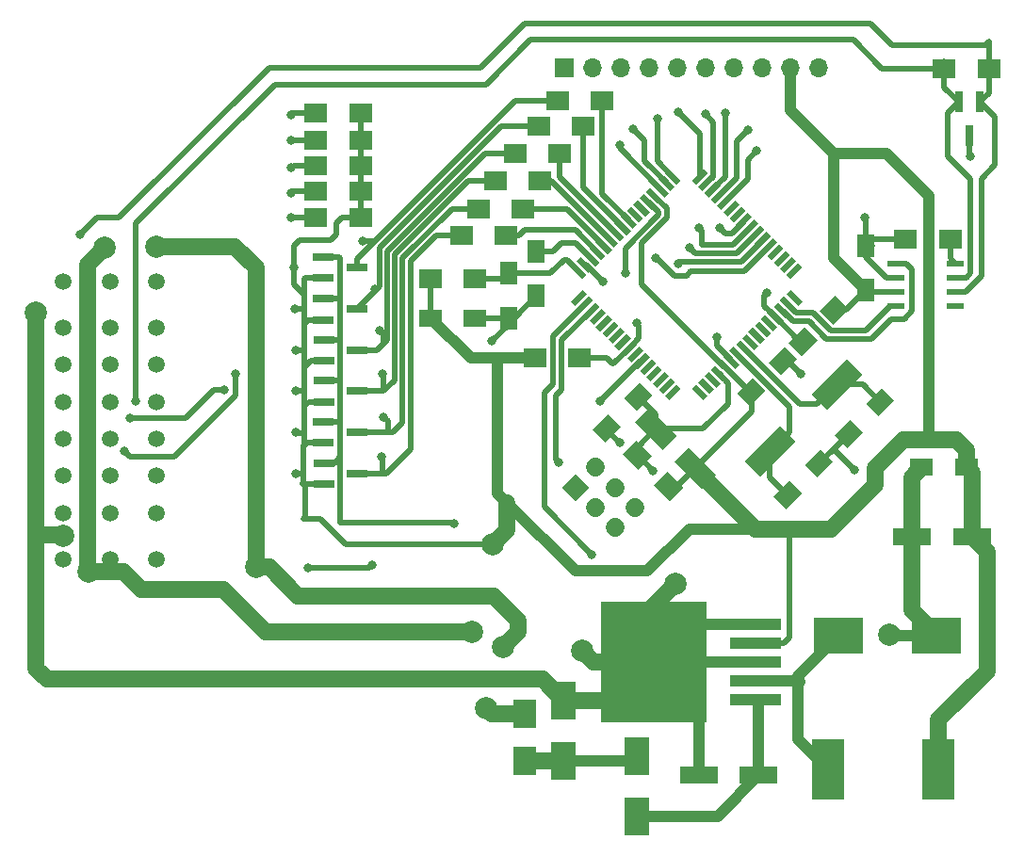
<source format=gbr>
G04 #@! TF.FileFunction,Copper,L1,Top,Signal*
%FSLAX46Y46*%
G04 Gerber Fmt 4.6, Leading zero omitted, Abs format (unit mm)*
G04 Created by KiCad (PCBNEW 4.0.7) date 06/18/18 23:10:01*
%MOMM*%
%LPD*%
G01*
G04 APERTURE LIST*
%ADD10C,0.100000*%
%ADD11C,1.700000*%
%ADD12R,1.600000X2.000000*%
%ADD13R,2.000000X1.600000*%
%ADD14R,3.500000X1.600000*%
%ADD15R,1.900000X0.800000*%
%ADD16R,2.300000X3.500000*%
%ADD17R,4.500000X3.300000*%
%ADD18R,0.800000X1.900000*%
%ADD19R,2.030000X2.650000*%
%ADD20R,1.700000X1.700000*%
%ADD21O,1.700000X1.700000*%
%ADD22C,1.500000*%
%ADD23R,2.000000X1.700000*%
%ADD24R,2.900000X5.400000*%
%ADD25R,4.600000X1.100000*%
%ADD26R,9.400000X10.800000*%
%ADD27R,4.550000X5.250000*%
%ADD28R,1.550000X0.600000*%
%ADD29C,2.000000*%
%ADD30C,0.800000*%
%ADD31C,0.500000*%
%ADD32C,1.500000*%
%ADD33C,1.000000*%
G04 APERTURE END LIST*
D10*
G36*
X66500000Y-60952082D02*
X65297918Y-59750000D01*
X66500000Y-58547918D01*
X67702082Y-59750000D01*
X66500000Y-60952082D01*
X66500000Y-60952082D01*
G37*
D11*
X68296051Y-57953949D02*
X68296051Y-57953949D01*
X68296051Y-61546051D02*
X68296051Y-61546051D01*
X70092102Y-59750000D02*
X70092102Y-59750000D01*
X70092102Y-63342102D02*
X70092102Y-63342102D01*
X71888154Y-61546051D02*
X71888154Y-61546051D01*
D10*
G36*
X94055635Y-50812994D02*
X95187006Y-51944365D01*
X93772793Y-53358578D01*
X92641422Y-52227207D01*
X94055635Y-50812994D01*
X94055635Y-50812994D01*
G37*
G36*
X91227207Y-53641422D02*
X92358578Y-54772793D01*
X90944365Y-56187006D01*
X89812994Y-55055635D01*
X91227207Y-53641422D01*
X91227207Y-53641422D01*
G37*
G36*
X88555635Y-56312994D02*
X89687006Y-57444365D01*
X88272793Y-58858578D01*
X87141422Y-57727207D01*
X88555635Y-56312994D01*
X88555635Y-56312994D01*
G37*
G36*
X85727207Y-59141422D02*
X86858578Y-60272793D01*
X85444365Y-61687006D01*
X84312994Y-60555635D01*
X85727207Y-59141422D01*
X85727207Y-59141422D01*
G37*
D12*
X63000000Y-38500000D03*
X63000000Y-42500000D03*
D10*
G36*
X82194365Y-52437006D02*
X81062994Y-51305635D01*
X82477207Y-49891422D01*
X83608578Y-51022793D01*
X82194365Y-52437006D01*
X82194365Y-52437006D01*
G37*
G36*
X85022793Y-49608578D02*
X83891422Y-48477207D01*
X85305635Y-47062994D01*
X86437006Y-48194365D01*
X85022793Y-49608578D01*
X85022793Y-49608578D01*
G37*
D13*
X53500000Y-44500000D03*
X57500000Y-44500000D03*
D12*
X60500000Y-44500000D03*
X60500000Y-40500000D03*
D14*
X83000000Y-85600000D03*
X77600000Y-85600000D03*
D12*
X92600000Y-38000000D03*
X92600000Y-42000000D03*
D10*
G36*
X72305635Y-50312994D02*
X73437006Y-51444365D01*
X72022793Y-52858578D01*
X70891422Y-51727207D01*
X72305635Y-50312994D01*
X72305635Y-50312994D01*
G37*
G36*
X69477207Y-53141422D02*
X70608578Y-54272793D01*
X69194365Y-55687006D01*
X68062994Y-54555635D01*
X69477207Y-53141422D01*
X69477207Y-53141422D01*
G37*
D14*
X102150000Y-64150000D03*
X96750000Y-64150000D03*
D13*
X101650000Y-57950000D03*
X97650000Y-57950000D03*
D15*
X43900000Y-57550000D03*
X43900000Y-59450000D03*
X46900000Y-58500000D03*
X43900000Y-46450000D03*
X43900000Y-48350000D03*
X46900000Y-47400000D03*
X43875000Y-53825000D03*
X43875000Y-55725000D03*
X46875000Y-54775000D03*
X43875000Y-42775000D03*
X43875000Y-44675000D03*
X46875000Y-43725000D03*
X43900000Y-50150000D03*
X43900000Y-52050000D03*
X46900000Y-51100000D03*
X43875000Y-39025000D03*
X43875000Y-40925000D03*
X46875000Y-39975000D03*
D16*
X65450000Y-84300000D03*
X65450000Y-78900000D03*
X72050000Y-89300000D03*
X72050000Y-83900000D03*
D17*
X90200000Y-73050000D03*
X99000000Y-73050000D03*
D10*
G36*
X79141600Y-58618808D02*
X77868808Y-59891600D01*
X75393934Y-57416726D01*
X76666726Y-56143934D01*
X79141600Y-58618808D01*
X79141600Y-58618808D01*
G37*
G36*
X75606066Y-55083274D02*
X74333274Y-56356066D01*
X71858400Y-53881192D01*
X73131192Y-52608400D01*
X75606066Y-55083274D01*
X75606066Y-55083274D01*
G37*
D18*
X102875000Y-25075000D03*
X100975000Y-25075000D03*
X101925000Y-28075000D03*
D19*
X62000000Y-84290000D03*
X62000000Y-80110000D03*
D20*
X65500000Y-22000000D03*
D21*
X68040000Y-22000000D03*
X70580000Y-22000000D03*
X73120000Y-22000000D03*
X75660000Y-22000000D03*
X78200000Y-22000000D03*
X80740000Y-22000000D03*
X83280000Y-22000000D03*
X85820000Y-22000000D03*
X88360000Y-22000000D03*
D22*
X20500000Y-66180000D03*
X20500000Y-62030000D03*
X20500000Y-58700000D03*
X20500000Y-55370000D03*
X20500000Y-52040000D03*
X20500000Y-48710000D03*
X20500000Y-45380000D03*
X24700000Y-62030000D03*
X24700000Y-58700000D03*
X24700000Y-55370000D03*
X24700000Y-52040000D03*
X24700000Y-48710000D03*
X24700000Y-45380000D03*
X28900000Y-62030000D03*
X28900000Y-58700000D03*
X28900000Y-55370000D03*
X28900000Y-52040000D03*
X28900000Y-48710000D03*
X28900000Y-45380000D03*
X20500000Y-41230000D03*
X24700000Y-66180000D03*
X24700000Y-41230000D03*
X28900000Y-66180000D03*
X28900000Y-41230000D03*
D23*
X53500000Y-41000000D03*
X57500000Y-41000000D03*
D24*
X89250000Y-85100000D03*
X99150000Y-85100000D03*
D23*
X56300000Y-37100000D03*
X60300000Y-37100000D03*
X61100000Y-29700000D03*
X65100000Y-29700000D03*
X57800000Y-34700000D03*
X61800000Y-34700000D03*
X63200000Y-27300000D03*
X67200000Y-27300000D03*
X59300000Y-32200000D03*
X63300000Y-32200000D03*
X64900000Y-25000000D03*
X68900000Y-25000000D03*
D10*
G36*
X89920280Y-42477638D02*
X91122362Y-43679720D01*
X89708148Y-45093934D01*
X88506066Y-43891852D01*
X89920280Y-42477638D01*
X89920280Y-42477638D01*
G37*
G36*
X87091852Y-45306066D02*
X88293934Y-46508148D01*
X86879720Y-47922362D01*
X85677638Y-46720280D01*
X87091852Y-45306066D01*
X87091852Y-45306066D01*
G37*
D23*
X62900000Y-48100000D03*
X66900000Y-48100000D03*
X47200000Y-35500000D03*
X43200000Y-35500000D03*
X47200000Y-33100000D03*
X43200000Y-33100000D03*
X47200000Y-30800000D03*
X43200000Y-30800000D03*
X47200000Y-28500000D03*
X43200000Y-28500000D03*
X47200000Y-26100000D03*
X43200000Y-26100000D03*
X100200000Y-37400000D03*
X96200000Y-37400000D03*
D10*
G36*
X76222362Y-59770280D02*
X75020280Y-60972362D01*
X73606066Y-59558148D01*
X74808148Y-58356066D01*
X76222362Y-59770280D01*
X76222362Y-59770280D01*
G37*
G36*
X73393934Y-56941852D02*
X72191852Y-58143934D01*
X70777638Y-56729720D01*
X71979720Y-55527638D01*
X73393934Y-56941852D01*
X73393934Y-56941852D01*
G37*
D23*
X99675000Y-22075000D03*
X103675000Y-22075000D03*
D10*
G36*
X66476761Y-43426866D02*
X66087853Y-43037958D01*
X67148513Y-41977298D01*
X67537421Y-42366206D01*
X66476761Y-43426866D01*
X66476761Y-43426866D01*
G37*
G36*
X67042447Y-43992551D02*
X66653539Y-43603643D01*
X67714199Y-42542983D01*
X68103107Y-42931891D01*
X67042447Y-43992551D01*
X67042447Y-43992551D01*
G37*
G36*
X67608132Y-44558236D02*
X67219224Y-44169328D01*
X68279884Y-43108668D01*
X68668792Y-43497576D01*
X67608132Y-44558236D01*
X67608132Y-44558236D01*
G37*
G36*
X68173817Y-45123922D02*
X67784909Y-44735014D01*
X68845569Y-43674354D01*
X69234477Y-44063262D01*
X68173817Y-45123922D01*
X68173817Y-45123922D01*
G37*
G36*
X68739503Y-45689607D02*
X68350595Y-45300699D01*
X69411255Y-44240039D01*
X69800163Y-44628947D01*
X68739503Y-45689607D01*
X68739503Y-45689607D01*
G37*
G36*
X69305188Y-46255293D02*
X68916280Y-45866385D01*
X69976940Y-44805725D01*
X70365848Y-45194633D01*
X69305188Y-46255293D01*
X69305188Y-46255293D01*
G37*
G36*
X69870874Y-46820978D02*
X69481966Y-46432070D01*
X70542626Y-45371410D01*
X70931534Y-45760318D01*
X69870874Y-46820978D01*
X69870874Y-46820978D01*
G37*
G36*
X70436559Y-47386664D02*
X70047651Y-46997756D01*
X71108311Y-45937096D01*
X71497219Y-46326004D01*
X70436559Y-47386664D01*
X70436559Y-47386664D01*
G37*
G36*
X71002244Y-47952349D02*
X70613336Y-47563441D01*
X71673996Y-46502781D01*
X72062904Y-46891689D01*
X71002244Y-47952349D01*
X71002244Y-47952349D01*
G37*
G36*
X71567930Y-48518034D02*
X71179022Y-48129126D01*
X72239682Y-47068466D01*
X72628590Y-47457374D01*
X71567930Y-48518034D01*
X71567930Y-48518034D01*
G37*
G36*
X72133615Y-49083720D02*
X71744707Y-48694812D01*
X72805367Y-47634152D01*
X73194275Y-48023060D01*
X72133615Y-49083720D01*
X72133615Y-49083720D01*
G37*
G36*
X72699301Y-49649405D02*
X72310393Y-49260497D01*
X73371053Y-48199837D01*
X73759961Y-48588745D01*
X72699301Y-49649405D01*
X72699301Y-49649405D01*
G37*
G36*
X73264986Y-50215091D02*
X72876078Y-49826183D01*
X73936738Y-48765523D01*
X74325646Y-49154431D01*
X73264986Y-50215091D01*
X73264986Y-50215091D01*
G37*
G36*
X73830672Y-50780776D02*
X73441764Y-50391868D01*
X74502424Y-49331208D01*
X74891332Y-49720116D01*
X73830672Y-50780776D01*
X73830672Y-50780776D01*
G37*
G36*
X74396357Y-51346461D02*
X74007449Y-50957553D01*
X75068109Y-49896893D01*
X75457017Y-50285801D01*
X74396357Y-51346461D01*
X74396357Y-51346461D01*
G37*
G36*
X74962042Y-51912147D02*
X74573134Y-51523239D01*
X75633794Y-50462579D01*
X76022702Y-50851487D01*
X74962042Y-51912147D01*
X74962042Y-51912147D01*
G37*
G36*
X78426866Y-51523239D02*
X78037958Y-51912147D01*
X76977298Y-50851487D01*
X77366206Y-50462579D01*
X78426866Y-51523239D01*
X78426866Y-51523239D01*
G37*
G36*
X78992551Y-50957553D02*
X78603643Y-51346461D01*
X77542983Y-50285801D01*
X77931891Y-49896893D01*
X78992551Y-50957553D01*
X78992551Y-50957553D01*
G37*
G36*
X79558236Y-50391868D02*
X79169328Y-50780776D01*
X78108668Y-49720116D01*
X78497576Y-49331208D01*
X79558236Y-50391868D01*
X79558236Y-50391868D01*
G37*
G36*
X80123922Y-49826183D02*
X79735014Y-50215091D01*
X78674354Y-49154431D01*
X79063262Y-48765523D01*
X80123922Y-49826183D01*
X80123922Y-49826183D01*
G37*
G36*
X80689607Y-49260497D02*
X80300699Y-49649405D01*
X79240039Y-48588745D01*
X79628947Y-48199837D01*
X80689607Y-49260497D01*
X80689607Y-49260497D01*
G37*
G36*
X81255293Y-48694812D02*
X80866385Y-49083720D01*
X79805725Y-48023060D01*
X80194633Y-47634152D01*
X81255293Y-48694812D01*
X81255293Y-48694812D01*
G37*
G36*
X81820978Y-48129126D02*
X81432070Y-48518034D01*
X80371410Y-47457374D01*
X80760318Y-47068466D01*
X81820978Y-48129126D01*
X81820978Y-48129126D01*
G37*
G36*
X82386664Y-47563441D02*
X81997756Y-47952349D01*
X80937096Y-46891689D01*
X81326004Y-46502781D01*
X82386664Y-47563441D01*
X82386664Y-47563441D01*
G37*
G36*
X82952349Y-46997756D02*
X82563441Y-47386664D01*
X81502781Y-46326004D01*
X81891689Y-45937096D01*
X82952349Y-46997756D01*
X82952349Y-46997756D01*
G37*
G36*
X83518034Y-46432070D02*
X83129126Y-46820978D01*
X82068466Y-45760318D01*
X82457374Y-45371410D01*
X83518034Y-46432070D01*
X83518034Y-46432070D01*
G37*
G36*
X84083720Y-45866385D02*
X83694812Y-46255293D01*
X82634152Y-45194633D01*
X83023060Y-44805725D01*
X84083720Y-45866385D01*
X84083720Y-45866385D01*
G37*
G36*
X84649405Y-45300699D02*
X84260497Y-45689607D01*
X83199837Y-44628947D01*
X83588745Y-44240039D01*
X84649405Y-45300699D01*
X84649405Y-45300699D01*
G37*
G36*
X85215091Y-44735014D02*
X84826183Y-45123922D01*
X83765523Y-44063262D01*
X84154431Y-43674354D01*
X85215091Y-44735014D01*
X85215091Y-44735014D01*
G37*
G36*
X85780776Y-44169328D02*
X85391868Y-44558236D01*
X84331208Y-43497576D01*
X84720116Y-43108668D01*
X85780776Y-44169328D01*
X85780776Y-44169328D01*
G37*
G36*
X86346461Y-43603643D02*
X85957553Y-43992551D01*
X84896893Y-42931891D01*
X85285801Y-42542983D01*
X86346461Y-43603643D01*
X86346461Y-43603643D01*
G37*
G36*
X86912147Y-43037958D02*
X86523239Y-43426866D01*
X85462579Y-42366206D01*
X85851487Y-41977298D01*
X86912147Y-43037958D01*
X86912147Y-43037958D01*
G37*
G36*
X85851487Y-41022702D02*
X85462579Y-40633794D01*
X86523239Y-39573134D01*
X86912147Y-39962042D01*
X85851487Y-41022702D01*
X85851487Y-41022702D01*
G37*
G36*
X85285801Y-40457017D02*
X84896893Y-40068109D01*
X85957553Y-39007449D01*
X86346461Y-39396357D01*
X85285801Y-40457017D01*
X85285801Y-40457017D01*
G37*
G36*
X84720116Y-39891332D02*
X84331208Y-39502424D01*
X85391868Y-38441764D01*
X85780776Y-38830672D01*
X84720116Y-39891332D01*
X84720116Y-39891332D01*
G37*
G36*
X84154431Y-39325646D02*
X83765523Y-38936738D01*
X84826183Y-37876078D01*
X85215091Y-38264986D01*
X84154431Y-39325646D01*
X84154431Y-39325646D01*
G37*
G36*
X83588745Y-38759961D02*
X83199837Y-38371053D01*
X84260497Y-37310393D01*
X84649405Y-37699301D01*
X83588745Y-38759961D01*
X83588745Y-38759961D01*
G37*
G36*
X83023060Y-38194275D02*
X82634152Y-37805367D01*
X83694812Y-36744707D01*
X84083720Y-37133615D01*
X83023060Y-38194275D01*
X83023060Y-38194275D01*
G37*
G36*
X82457374Y-37628590D02*
X82068466Y-37239682D01*
X83129126Y-36179022D01*
X83518034Y-36567930D01*
X82457374Y-37628590D01*
X82457374Y-37628590D01*
G37*
G36*
X81891689Y-37062904D02*
X81502781Y-36673996D01*
X82563441Y-35613336D01*
X82952349Y-36002244D01*
X81891689Y-37062904D01*
X81891689Y-37062904D01*
G37*
G36*
X81326004Y-36497219D02*
X80937096Y-36108311D01*
X81997756Y-35047651D01*
X82386664Y-35436559D01*
X81326004Y-36497219D01*
X81326004Y-36497219D01*
G37*
G36*
X80760318Y-35931534D02*
X80371410Y-35542626D01*
X81432070Y-34481966D01*
X81820978Y-34870874D01*
X80760318Y-35931534D01*
X80760318Y-35931534D01*
G37*
G36*
X80194633Y-35365848D02*
X79805725Y-34976940D01*
X80866385Y-33916280D01*
X81255293Y-34305188D01*
X80194633Y-35365848D01*
X80194633Y-35365848D01*
G37*
G36*
X79628947Y-34800163D02*
X79240039Y-34411255D01*
X80300699Y-33350595D01*
X80689607Y-33739503D01*
X79628947Y-34800163D01*
X79628947Y-34800163D01*
G37*
G36*
X79063262Y-34234477D02*
X78674354Y-33845569D01*
X79735014Y-32784909D01*
X80123922Y-33173817D01*
X79063262Y-34234477D01*
X79063262Y-34234477D01*
G37*
G36*
X78497576Y-33668792D02*
X78108668Y-33279884D01*
X79169328Y-32219224D01*
X79558236Y-32608132D01*
X78497576Y-33668792D01*
X78497576Y-33668792D01*
G37*
G36*
X77931891Y-33103107D02*
X77542983Y-32714199D01*
X78603643Y-31653539D01*
X78992551Y-32042447D01*
X77931891Y-33103107D01*
X77931891Y-33103107D01*
G37*
G36*
X77366206Y-32537421D02*
X76977298Y-32148513D01*
X78037958Y-31087853D01*
X78426866Y-31476761D01*
X77366206Y-32537421D01*
X77366206Y-32537421D01*
G37*
G36*
X76022702Y-32148513D02*
X75633794Y-32537421D01*
X74573134Y-31476761D01*
X74962042Y-31087853D01*
X76022702Y-32148513D01*
X76022702Y-32148513D01*
G37*
G36*
X75457017Y-32714199D02*
X75068109Y-33103107D01*
X74007449Y-32042447D01*
X74396357Y-31653539D01*
X75457017Y-32714199D01*
X75457017Y-32714199D01*
G37*
G36*
X74891332Y-33279884D02*
X74502424Y-33668792D01*
X73441764Y-32608132D01*
X73830672Y-32219224D01*
X74891332Y-33279884D01*
X74891332Y-33279884D01*
G37*
G36*
X74325646Y-33845569D02*
X73936738Y-34234477D01*
X72876078Y-33173817D01*
X73264986Y-32784909D01*
X74325646Y-33845569D01*
X74325646Y-33845569D01*
G37*
G36*
X73759961Y-34411255D02*
X73371053Y-34800163D01*
X72310393Y-33739503D01*
X72699301Y-33350595D01*
X73759961Y-34411255D01*
X73759961Y-34411255D01*
G37*
G36*
X73194275Y-34976940D02*
X72805367Y-35365848D01*
X71744707Y-34305188D01*
X72133615Y-33916280D01*
X73194275Y-34976940D01*
X73194275Y-34976940D01*
G37*
G36*
X72628590Y-35542626D02*
X72239682Y-35931534D01*
X71179022Y-34870874D01*
X71567930Y-34481966D01*
X72628590Y-35542626D01*
X72628590Y-35542626D01*
G37*
G36*
X72062904Y-36108311D02*
X71673996Y-36497219D01*
X70613336Y-35436559D01*
X71002244Y-35047651D01*
X72062904Y-36108311D01*
X72062904Y-36108311D01*
G37*
G36*
X71497219Y-36673996D02*
X71108311Y-37062904D01*
X70047651Y-36002244D01*
X70436559Y-35613336D01*
X71497219Y-36673996D01*
X71497219Y-36673996D01*
G37*
G36*
X70931534Y-37239682D02*
X70542626Y-37628590D01*
X69481966Y-36567930D01*
X69870874Y-36179022D01*
X70931534Y-37239682D01*
X70931534Y-37239682D01*
G37*
G36*
X70365848Y-37805367D02*
X69976940Y-38194275D01*
X68916280Y-37133615D01*
X69305188Y-36744707D01*
X70365848Y-37805367D01*
X70365848Y-37805367D01*
G37*
G36*
X69800163Y-38371053D02*
X69411255Y-38759961D01*
X68350595Y-37699301D01*
X68739503Y-37310393D01*
X69800163Y-38371053D01*
X69800163Y-38371053D01*
G37*
G36*
X69234477Y-38936738D02*
X68845569Y-39325646D01*
X67784909Y-38264986D01*
X68173817Y-37876078D01*
X69234477Y-38936738D01*
X69234477Y-38936738D01*
G37*
G36*
X68668792Y-39502424D02*
X68279884Y-39891332D01*
X67219224Y-38830672D01*
X67608132Y-38441764D01*
X68668792Y-39502424D01*
X68668792Y-39502424D01*
G37*
G36*
X68103107Y-40068109D02*
X67714199Y-40457017D01*
X66653539Y-39396357D01*
X67042447Y-39007449D01*
X68103107Y-40068109D01*
X68103107Y-40068109D01*
G37*
G36*
X67537421Y-40633794D02*
X67148513Y-41022702D01*
X66087853Y-39962042D01*
X66476761Y-39573134D01*
X67537421Y-40633794D01*
X67537421Y-40633794D01*
G37*
D25*
X82725000Y-78850000D03*
X82725000Y-77150000D03*
X82725000Y-75450000D03*
X82725000Y-73750000D03*
X82725000Y-72050000D03*
D26*
X73575000Y-75450000D03*
D27*
X71150000Y-72675000D03*
X76000000Y-78225000D03*
X71150000Y-78225000D03*
X76000000Y-72675000D03*
D28*
X95300000Y-39595000D03*
X95300000Y-40865000D03*
X95300000Y-42135000D03*
X95300000Y-43405000D03*
X100700000Y-43405000D03*
X100700000Y-42135000D03*
X100700000Y-40865000D03*
X100700000Y-39595000D03*
D10*
G36*
X90889087Y-48196699D02*
X92303301Y-49610913D01*
X89121321Y-52792893D01*
X87707107Y-51378679D01*
X90889087Y-48196699D01*
X90889087Y-48196699D01*
G37*
G36*
X84878679Y-54207107D02*
X86292893Y-55621321D01*
X83110913Y-58803301D01*
X81696699Y-57389087D01*
X84878679Y-54207107D01*
X84878679Y-54207107D01*
G37*
D29*
X75500000Y-68400000D03*
X67100000Y-74400000D03*
D30*
X55600000Y-63000000D03*
D29*
X18000000Y-44000000D03*
X20500000Y-64100000D03*
D30*
X59000000Y-46600000D03*
X86750000Y-49500000D03*
X71000000Y-40500000D03*
X69000000Y-41250000D03*
X79250000Y-46250000D03*
X92500000Y-35500000D03*
X102000000Y-30000000D03*
D29*
X94700000Y-73000000D03*
D30*
X91600000Y-58200000D03*
X70500000Y-55750000D03*
X41400000Y-58500000D03*
X41400000Y-54800000D03*
X41400000Y-51100000D03*
X41400000Y-47400000D03*
X41300000Y-43700000D03*
X41200000Y-40000000D03*
D29*
X57200000Y-72700000D03*
X59100000Y-64900000D03*
X22800000Y-67300000D03*
X24200000Y-38200000D03*
D30*
X79000000Y-59750000D03*
X73500000Y-58250000D03*
X22000000Y-37000000D03*
X27000000Y-52000000D03*
D29*
X58500000Y-79600000D03*
X60000000Y-74100000D03*
X28900000Y-38100000D03*
X37800000Y-66900000D03*
D30*
X65000000Y-57500000D03*
X68750000Y-52000000D03*
X68000000Y-65750000D03*
X83750000Y-42250000D03*
X72000000Y-45000000D03*
X41000000Y-35500000D03*
X41000000Y-33250000D03*
X41000000Y-31000000D03*
X41000000Y-28500000D03*
X41000000Y-26250000D03*
X49100000Y-57000000D03*
X35000000Y-51000000D03*
X26500000Y-53500000D03*
X48900000Y-45600000D03*
X49300000Y-53400000D03*
X36000000Y-49500000D03*
X26000000Y-56500000D03*
X48500000Y-41900000D03*
X49200000Y-49500000D03*
X42500000Y-67000000D03*
X48250000Y-66750000D03*
X73700000Y-39100000D03*
X75800000Y-39600000D03*
X76800000Y-38200000D03*
X77600000Y-36400000D03*
X79500000Y-36400000D03*
X70500000Y-29000000D03*
X71700000Y-27500000D03*
X73900000Y-26600000D03*
X75750000Y-26000000D03*
X78200000Y-26200000D03*
X80000000Y-26100000D03*
X82000000Y-27600000D03*
X82800000Y-29500000D03*
X47400000Y-37600000D03*
D31*
X90005204Y-50494796D02*
X92323224Y-50494796D01*
X92323224Y-50494796D02*
X93914214Y-52085786D01*
X90005204Y-50494796D02*
X88250000Y-52250000D01*
X86684315Y-52250000D02*
X81661880Y-47227565D01*
X88250000Y-52250000D02*
X86684315Y-52250000D01*
D32*
X18000000Y-63600000D02*
X18000000Y-76000000D01*
X63550000Y-77000000D02*
X65450000Y-78900000D01*
X19000000Y-77000000D02*
X63550000Y-77000000D01*
X18000000Y-76000000D02*
X19000000Y-77000000D01*
X73575000Y-75450000D02*
X73575000Y-70325000D01*
X73575000Y-70325000D02*
X75500000Y-68400000D01*
X73575000Y-75450000D02*
X68150000Y-75450000D01*
X68150000Y-75450000D02*
X67100000Y-74400000D01*
X65450000Y-78900000D02*
X70125000Y-78900000D01*
X70125000Y-78900000D02*
X73575000Y-75450000D01*
D31*
X45400000Y-62900000D02*
X55500000Y-62900000D01*
X45400000Y-57000000D02*
X45400000Y-62900000D01*
X55500000Y-62900000D02*
X55600000Y-63000000D01*
D32*
X18000000Y-63600000D02*
X18000000Y-44000000D01*
X18400000Y-64000000D02*
X18000000Y-63600000D01*
X20400000Y-64000000D02*
X18400000Y-64000000D01*
X20500000Y-64100000D02*
X20400000Y-64000000D01*
D31*
X60500000Y-44500000D02*
X60500000Y-45100000D01*
X60500000Y-45100000D02*
X59000000Y-46600000D01*
X96200000Y-37400000D02*
X93200000Y-37400000D01*
X93200000Y-37400000D02*
X92600000Y-38000000D01*
X85164214Y-48335786D02*
X85585786Y-48335786D01*
X85585786Y-48335786D02*
X86750000Y-49500000D01*
X74000000Y-35000000D02*
X74000000Y-35250000D01*
X74000000Y-35250000D02*
X71000000Y-38250000D01*
X71000000Y-40500000D02*
X71000000Y-38250000D01*
X74000000Y-35000000D02*
X73075379Y-34075379D01*
X73035177Y-34075379D02*
X73075379Y-34075379D01*
X67378323Y-39732233D02*
X67482233Y-39732233D01*
X67482233Y-39732233D02*
X69000000Y-41250000D01*
X80530509Y-48358936D02*
X80530509Y-48280509D01*
X80530509Y-48280509D02*
X79250000Y-47000000D01*
X79250000Y-47000000D02*
X79250000Y-46250000D01*
D32*
X96750000Y-64150000D02*
X96750000Y-58850000D01*
X96750000Y-58850000D02*
X97650000Y-57950000D01*
X96750000Y-64150000D02*
X96750000Y-70800000D01*
X96750000Y-70800000D02*
X99000000Y-73050000D01*
D31*
X92600000Y-38000000D02*
X92600000Y-35600000D01*
X92600000Y-35600000D02*
X92500000Y-35500000D01*
X101925000Y-28075000D02*
X101925000Y-29925000D01*
X101925000Y-29925000D02*
X102000000Y-30000000D01*
D33*
X99000000Y-73050000D02*
X94750000Y-73050000D01*
X94750000Y-73050000D02*
X94700000Y-73000000D01*
X82725000Y-75450000D02*
X73575000Y-75450000D01*
X82725000Y-72050000D02*
X76975000Y-72050000D01*
X76975000Y-72050000D02*
X73575000Y-75450000D01*
X77600000Y-85600000D02*
X77600000Y-79475000D01*
X77600000Y-79475000D02*
X73575000Y-75450000D01*
X70125000Y-78900000D02*
X73575000Y-75450000D01*
D31*
X45400000Y-42900000D02*
X45400000Y-39100000D01*
X45325000Y-39025000D02*
X43875000Y-39025000D01*
X45400000Y-39100000D02*
X45325000Y-39025000D01*
X45400000Y-46400000D02*
X45400000Y-42900000D01*
X45275000Y-42775000D02*
X43875000Y-42775000D01*
X45400000Y-42900000D02*
X45275000Y-42775000D01*
X45400000Y-50100000D02*
X45400000Y-46400000D01*
X45350000Y-46450000D02*
X43900000Y-46450000D01*
X45400000Y-46400000D02*
X45350000Y-46450000D01*
X45400000Y-53700000D02*
X45400000Y-50100000D01*
X45350000Y-50150000D02*
X43900000Y-50150000D01*
X45400000Y-50100000D02*
X45350000Y-50150000D01*
X43900000Y-57550000D02*
X44850000Y-57550000D01*
X44850000Y-57550000D02*
X45400000Y-57000000D01*
X45400000Y-57000000D02*
X45400000Y-53700000D01*
X45400000Y-53700000D02*
X45400000Y-53600000D01*
X45400000Y-53600000D02*
X45175000Y-53825000D01*
X45175000Y-53825000D02*
X43875000Y-53825000D01*
X92600000Y-38000000D02*
X93200000Y-38000000D01*
X95300000Y-40865000D02*
X94465000Y-40865000D01*
X94465000Y-40865000D02*
X92600000Y-39000000D01*
X92600000Y-39000000D02*
X92600000Y-38000000D01*
X89700000Y-56300000D02*
X91600000Y-58200000D01*
X88414214Y-57585786D02*
X89700000Y-56300000D01*
X89700000Y-56300000D02*
X91085786Y-54914214D01*
X60500000Y-44500000D02*
X61000000Y-44500000D01*
X61000000Y-44500000D02*
X63000000Y-42500000D01*
X57500000Y-44500000D02*
X60500000Y-44500000D01*
X69335786Y-54414214D02*
X69335786Y-54585786D01*
X69335786Y-54585786D02*
X70500000Y-55750000D01*
X83994796Y-56505204D02*
X83994796Y-58823224D01*
X83994796Y-58823224D02*
X85585786Y-60414214D01*
X83994796Y-56505204D02*
X85750000Y-54750000D01*
X85750000Y-52500000D02*
X81096194Y-47846194D01*
X85750000Y-54750000D02*
X85750000Y-52500000D01*
X81096194Y-47846194D02*
X81096194Y-47793250D01*
X63000000Y-38500000D02*
X64500000Y-38500000D01*
X66527460Y-37750000D02*
X67944008Y-39166548D01*
X65250000Y-37750000D02*
X66527460Y-37750000D01*
X64500000Y-38500000D02*
X65250000Y-37750000D01*
X42100000Y-62600000D02*
X43600000Y-62600000D01*
X42200000Y-62500000D02*
X42100000Y-62600000D01*
X42200000Y-59450000D02*
X42200000Y-62500000D01*
X45900000Y-64900000D02*
X59100000Y-64900000D01*
X43600000Y-62600000D02*
X45900000Y-64900000D01*
X41400000Y-58500000D02*
X42100000Y-58500000D01*
X41500000Y-54900000D02*
X42150000Y-54900000D01*
X41400000Y-54800000D02*
X41500000Y-54900000D01*
X41400000Y-51100000D02*
X42150000Y-51100000D01*
X42150000Y-51100000D02*
X42000000Y-51100000D01*
X42000000Y-51100000D02*
X42150000Y-51100000D01*
X41400000Y-47400000D02*
X42150000Y-47400000D01*
X42150000Y-47400000D02*
X42100000Y-47400000D01*
X42100000Y-47400000D02*
X42150000Y-47400000D01*
X41300000Y-43700000D02*
X42150000Y-43700000D01*
X42150000Y-43700000D02*
X42000000Y-43700000D01*
X42000000Y-43700000D02*
X42150000Y-43700000D01*
X41200000Y-40000000D02*
X41250000Y-40000000D01*
X41250000Y-40000000D02*
X41200000Y-40000000D01*
X41200000Y-40000000D02*
X41250000Y-40000000D01*
D32*
X22800000Y-67300000D02*
X25900000Y-67300000D01*
X25900000Y-67300000D02*
X27500000Y-68900000D01*
X27500000Y-68900000D02*
X34900000Y-68900000D01*
X34900000Y-68900000D02*
X38700000Y-72700000D01*
X38700000Y-72700000D02*
X57200000Y-72700000D01*
X60375000Y-63625000D02*
X60375000Y-61125000D01*
X59100000Y-64900000D02*
X60375000Y-63625000D01*
X22700000Y-67200000D02*
X22800000Y-67300000D01*
X22700000Y-39700000D02*
X22700000Y-67200000D01*
X24200000Y-38200000D02*
X22700000Y-39700000D01*
D31*
X82725000Y-73750000D02*
X85250000Y-73750000D01*
X85750000Y-73250000D02*
X85750000Y-63500000D01*
X85250000Y-73750000D02*
X85750000Y-73250000D01*
X47200000Y-26100000D02*
X47200000Y-28500000D01*
X47200000Y-28500000D02*
X47200000Y-30800000D01*
X47200000Y-30800000D02*
X47200000Y-33100000D01*
X47200000Y-33100000D02*
X47200000Y-35500000D01*
X47200000Y-35500000D02*
X45500000Y-35500000D01*
X45500000Y-35500000D02*
X45000000Y-36000000D01*
X45000000Y-36000000D02*
X45000000Y-37000000D01*
X45000000Y-37000000D02*
X44500000Y-37500000D01*
X44500000Y-37500000D02*
X41750000Y-37500000D01*
X41750000Y-37500000D02*
X41250000Y-38000000D01*
X41250000Y-38000000D02*
X41250000Y-40000000D01*
X41250000Y-40000000D02*
X41250000Y-41500000D01*
X41250000Y-41500000D02*
X42150000Y-42400000D01*
D33*
X82750000Y-63500000D02*
X76750000Y-63500000D01*
X76750000Y-63500000D02*
X73000000Y-67250000D01*
X73000000Y-67250000D02*
X66500000Y-67250000D01*
X66500000Y-67250000D02*
X60375000Y-61125000D01*
X59500000Y-60250000D02*
X59500000Y-48100000D01*
X60375000Y-61125000D02*
X59500000Y-60250000D01*
X89750000Y-29750000D02*
X89750000Y-39150000D01*
X89750000Y-39150000D02*
X92600000Y-42000000D01*
X98250000Y-55500000D02*
X98250000Y-33500000D01*
X85820000Y-25820000D02*
X85820000Y-22000000D01*
X89750000Y-29750000D02*
X85820000Y-25820000D01*
X94500000Y-29750000D02*
X89750000Y-29750000D01*
X98250000Y-33500000D02*
X94500000Y-29750000D01*
D31*
X79964823Y-48924621D02*
X79924621Y-48924621D01*
X79924621Y-48924621D02*
X72500000Y-41500000D01*
X74750000Y-34658831D02*
X73600862Y-33509693D01*
X74750000Y-35500000D02*
X74750000Y-34658831D01*
X72500000Y-37750000D02*
X74750000Y-35500000D01*
X72500000Y-41500000D02*
X72500000Y-37750000D01*
D32*
X101650000Y-57950000D02*
X101650000Y-56400000D01*
X82750000Y-63500000D02*
X79000000Y-59750000D01*
X79000000Y-59750000D02*
X77267767Y-58017767D01*
X89500000Y-63500000D02*
X85750000Y-63500000D01*
X85750000Y-63500000D02*
X82750000Y-63500000D01*
X93500000Y-59500000D02*
X89500000Y-63500000D01*
X93500000Y-58000000D02*
X93500000Y-59500000D01*
X96000000Y-55500000D02*
X93500000Y-58000000D01*
X100750000Y-55500000D02*
X98250000Y-55500000D01*
X98250000Y-55500000D02*
X96000000Y-55500000D01*
X101650000Y-56400000D02*
X100750000Y-55500000D01*
X102150000Y-64150000D02*
X102150000Y-58450000D01*
X102150000Y-58450000D02*
X101650000Y-57950000D01*
X99150000Y-85100000D02*
X99150000Y-80600000D01*
X103500000Y-65500000D02*
X102150000Y-64150000D01*
X103500000Y-76250000D02*
X103500000Y-65500000D01*
X99150000Y-80600000D02*
X103500000Y-76250000D01*
D33*
X62900000Y-48100000D02*
X59500000Y-48100000D01*
X59500000Y-48100000D02*
X57100000Y-48100000D01*
X57100000Y-48100000D02*
X53500000Y-44500000D01*
D31*
X42150000Y-45050000D02*
X42150000Y-43700000D01*
X42150000Y-43700000D02*
X42150000Y-42400000D01*
X42150000Y-42400000D02*
X42150000Y-41050000D01*
X42275000Y-40925000D02*
X43875000Y-40925000D01*
X42150000Y-41050000D02*
X42275000Y-40925000D01*
X42150000Y-49000000D02*
X42150000Y-47400000D01*
X42150000Y-47400000D02*
X42150000Y-45050000D01*
X42525000Y-44675000D02*
X43875000Y-44675000D01*
X42150000Y-45050000D02*
X42525000Y-44675000D01*
X42150000Y-52450000D02*
X42150000Y-51100000D01*
X42150000Y-51100000D02*
X42150000Y-49000000D01*
X42150000Y-49000000D02*
X42150000Y-48950000D01*
X42750000Y-48350000D02*
X43900000Y-48350000D01*
X42150000Y-48950000D02*
X42750000Y-48350000D01*
X42150000Y-55950000D02*
X42150000Y-54900000D01*
X42150000Y-54900000D02*
X42150000Y-52450000D01*
X42550000Y-52050000D02*
X43900000Y-52050000D01*
X42150000Y-52450000D02*
X42550000Y-52050000D01*
X43900000Y-59450000D02*
X42200000Y-59450000D01*
X42200000Y-59450000D02*
X41950000Y-59450000D01*
X42375000Y-55725000D02*
X43875000Y-55725000D01*
X42100000Y-56000000D02*
X42150000Y-55950000D01*
X42150000Y-55950000D02*
X42375000Y-55725000D01*
X42100000Y-59300000D02*
X42100000Y-58500000D01*
X42100000Y-58500000D02*
X42100000Y-56000000D01*
X41950000Y-59450000D02*
X42100000Y-59300000D01*
X89814214Y-43785786D02*
X90814214Y-43785786D01*
X90814214Y-43785786D02*
X92600000Y-42000000D01*
X95300000Y-42135000D02*
X92735000Y-42135000D01*
X92735000Y-42135000D02*
X92600000Y-42000000D01*
X53500000Y-44500000D02*
X53500000Y-41000000D01*
X77267767Y-58017767D02*
X77267767Y-57982233D01*
X77267767Y-57982233D02*
X82335786Y-52914214D01*
X82335786Y-52914214D02*
X82335786Y-51164214D01*
X74914214Y-59664214D02*
X75621320Y-59664214D01*
X75621320Y-59664214D02*
X77267767Y-58017767D01*
X82335786Y-51164214D02*
X82204416Y-51164214D01*
X82204416Y-51164214D02*
X79964823Y-48924621D01*
X57500000Y-41000000D02*
X60000000Y-41000000D01*
X60000000Y-41000000D02*
X60500000Y-40500000D01*
X60500000Y-40500000D02*
X64250000Y-40500000D01*
X65764719Y-39250000D02*
X66812637Y-40297918D01*
X65500000Y-39250000D02*
X65764719Y-39250000D01*
X64250000Y-40500000D02*
X65500000Y-39250000D01*
D33*
X83000000Y-85600000D02*
X83000000Y-79125000D01*
X83000000Y-79125000D02*
X82725000Y-78850000D01*
X72050000Y-89300000D02*
X79300000Y-89300000D01*
X79300000Y-89300000D02*
X83000000Y-85600000D01*
D31*
X73500000Y-58250000D02*
X72085786Y-56835786D01*
X73732233Y-54482233D02*
X77982233Y-54482233D01*
X80250000Y-50341169D02*
X79399138Y-49490307D01*
X80250000Y-52214466D02*
X80250000Y-50341169D01*
X77982233Y-54482233D02*
X80250000Y-52214466D01*
X73732233Y-54482233D02*
X73732233Y-53153805D01*
X73732233Y-53153805D02*
X72164214Y-51585786D01*
X72085786Y-56835786D02*
X72085786Y-56128680D01*
X72085786Y-56128680D02*
X73732233Y-54482233D01*
X103675000Y-22075000D02*
X103675000Y-19675000D01*
X23500000Y-35500000D02*
X22000000Y-37000000D01*
X25500000Y-35500000D02*
X23500000Y-35500000D01*
X39000000Y-22000000D02*
X25500000Y-35500000D01*
X58000000Y-22000000D02*
X39000000Y-22000000D01*
X62000000Y-18000000D02*
X58000000Y-22000000D01*
X93000000Y-18000000D02*
X62000000Y-18000000D01*
X95000000Y-20000000D02*
X93000000Y-18000000D01*
X103350000Y-20000000D02*
X95000000Y-20000000D01*
X103675000Y-19675000D02*
X103350000Y-20000000D01*
X100700000Y-42135000D02*
X101615000Y-42135000D01*
X104250000Y-26450000D02*
X102875000Y-25075000D01*
X104250000Y-30750000D02*
X104250000Y-26450000D01*
X103000000Y-32000000D02*
X104250000Y-30750000D01*
X103000000Y-40750000D02*
X103000000Y-32000000D01*
X101615000Y-42135000D02*
X103000000Y-40750000D01*
X103675000Y-22075000D02*
X103675000Y-24275000D01*
X103675000Y-24275000D02*
X102875000Y-25075000D01*
X99675000Y-22075000D02*
X94075000Y-22075000D01*
X27000000Y-36000000D02*
X27000000Y-52000000D01*
X39500000Y-23500000D02*
X27000000Y-36000000D01*
X58500000Y-23500000D02*
X39500000Y-23500000D01*
X62500000Y-19500000D02*
X58500000Y-23500000D01*
X91500000Y-19500000D02*
X62500000Y-19500000D01*
X94075000Y-22075000D02*
X91500000Y-19500000D01*
X99675000Y-22075000D02*
X99675000Y-21425000D01*
X100700000Y-40865000D02*
X101635000Y-40865000D01*
X100000000Y-26050000D02*
X100975000Y-25075000D01*
X100000000Y-30000000D02*
X100000000Y-26050000D01*
X102000000Y-32000000D02*
X100000000Y-30000000D01*
X102000000Y-40500000D02*
X102000000Y-32000000D01*
X101635000Y-40865000D02*
X102000000Y-40500000D01*
X99675000Y-22075000D02*
X99675000Y-23775000D01*
X99675000Y-23775000D02*
X100975000Y-25075000D01*
X100700000Y-40865000D02*
X101365000Y-40865000D01*
D32*
X37800000Y-66900000D02*
X39000000Y-66900000D01*
X59010000Y-80110000D02*
X62000000Y-80110000D01*
X58500000Y-79600000D02*
X59010000Y-80110000D01*
X61400000Y-72700000D02*
X60000000Y-74100000D01*
X61400000Y-71700000D02*
X61400000Y-72700000D01*
X59200000Y-69500000D02*
X61400000Y-71700000D01*
X41600000Y-69500000D02*
X59200000Y-69500000D01*
X39000000Y-66900000D02*
X41600000Y-69500000D01*
X37800000Y-66900000D02*
X37800000Y-40000000D01*
X35900000Y-38100000D02*
X28900000Y-38100000D01*
X37800000Y-40000000D02*
X35900000Y-38100000D01*
D31*
X65000000Y-57500000D02*
X64750000Y-57250000D01*
X64750000Y-57250000D02*
X64750000Y-51500000D01*
X64750000Y-51500000D02*
X65250000Y-51000000D01*
X65250000Y-51000000D02*
X65250000Y-46527460D01*
X65250000Y-46527460D02*
X67944008Y-43833452D01*
X68750000Y-52000000D02*
X72391064Y-48358936D01*
X72391064Y-48358936D02*
X72469491Y-48358936D01*
X68000000Y-65750000D02*
X63750000Y-61500000D01*
X63750000Y-61500000D02*
X63750000Y-51250000D01*
X63750000Y-51250000D02*
X64500000Y-50500000D01*
X64500000Y-50500000D02*
X64500000Y-46146090D01*
X64500000Y-46146090D02*
X67378323Y-43267767D01*
X83500000Y-43408831D02*
X84490307Y-44399138D01*
X83500000Y-42500000D02*
X83500000Y-43408831D01*
X83750000Y-42250000D02*
X83500000Y-42500000D01*
X86985786Y-46614214D02*
X86705383Y-46614214D01*
X86705383Y-46614214D02*
X84490307Y-44399138D01*
X72250000Y-46315685D02*
X71338120Y-47227565D01*
X72250000Y-45250000D02*
X72250000Y-46315685D01*
X72000000Y-45000000D02*
X72250000Y-45250000D01*
X66900000Y-48100000D02*
X69300000Y-48100000D01*
X69965685Y-48600000D02*
X71338120Y-47227565D01*
X69800000Y-48600000D02*
X69965685Y-48600000D01*
X69300000Y-48100000D02*
X69800000Y-48600000D01*
X85055992Y-43833452D02*
X85133452Y-43833452D01*
X85133452Y-43833452D02*
X86100000Y-44800000D01*
X96295000Y-39595000D02*
X95300000Y-39595000D01*
X96800000Y-40100000D02*
X96295000Y-39595000D01*
X96800000Y-43900000D02*
X96800000Y-40100000D01*
X96100000Y-44600000D02*
X96800000Y-43900000D01*
X94900000Y-44600000D02*
X96100000Y-44600000D01*
X93100000Y-46400000D02*
X94900000Y-44600000D01*
X89100000Y-46400000D02*
X93100000Y-46400000D01*
X87500000Y-44800000D02*
X89100000Y-46400000D01*
X86100000Y-44800000D02*
X87500000Y-44800000D01*
X85055992Y-43833452D02*
X85083452Y-43833452D01*
X95300000Y-43405000D02*
X94795000Y-43405000D01*
X94795000Y-43405000D02*
X92600000Y-45600000D01*
X92600000Y-45600000D02*
X89500000Y-45600000D01*
X89500000Y-45600000D02*
X87900000Y-44000000D01*
X87900000Y-44000000D02*
X86353910Y-44000000D01*
X86353910Y-44000000D02*
X85621677Y-43267767D01*
X43200000Y-35500000D02*
X41000000Y-35500000D01*
X43200000Y-33100000D02*
X41150000Y-33100000D01*
X41150000Y-33100000D02*
X41000000Y-33250000D01*
X43200000Y-30800000D02*
X41200000Y-30800000D01*
X41200000Y-30800000D02*
X41000000Y-31000000D01*
X41000000Y-28500000D02*
X43200000Y-28500000D01*
X41000000Y-26250000D02*
X41150000Y-26100000D01*
X41150000Y-26100000D02*
X43200000Y-26100000D01*
X49200000Y-58500000D02*
X49200000Y-57100000D01*
X49200000Y-57100000D02*
X49100000Y-57000000D01*
X56300000Y-37100000D02*
X54000000Y-37100000D01*
X49500000Y-58500000D02*
X49200000Y-58500000D01*
X49200000Y-58500000D02*
X46900000Y-58500000D01*
X51700000Y-56300000D02*
X49500000Y-58500000D01*
X51700000Y-39400000D02*
X51700000Y-56300000D01*
X54000000Y-37100000D02*
X51700000Y-39400000D01*
X34000000Y-51000000D02*
X35000000Y-51000000D01*
X31500000Y-53500000D02*
X34000000Y-51000000D01*
X26500000Y-53500000D02*
X31500000Y-53500000D01*
X49250000Y-46850000D02*
X49250000Y-45950000D01*
X49250000Y-45950000D02*
X48900000Y-45600000D01*
X61100000Y-29700000D02*
X58410048Y-29700000D01*
X48700000Y-47400000D02*
X46900000Y-47400000D01*
X49599994Y-46500006D02*
X49250000Y-46850000D01*
X49250000Y-46850000D02*
X48700000Y-47400000D01*
X49599994Y-38510054D02*
X49599994Y-46500006D01*
X58410048Y-29700000D02*
X49599994Y-38510054D01*
X49300000Y-53400000D02*
X49700000Y-53800000D01*
X49700000Y-53800000D02*
X49700000Y-54775000D01*
X57800000Y-34700000D02*
X55410048Y-34700000D01*
X50125000Y-54775000D02*
X49700000Y-54775000D01*
X49700000Y-54775000D02*
X46875000Y-54775000D01*
X50999998Y-53900002D02*
X50125000Y-54775000D01*
X50999998Y-39110050D02*
X50999998Y-53900002D01*
X55410048Y-34700000D02*
X50999998Y-39110050D01*
X36000000Y-51500000D02*
X36000000Y-49500000D01*
X30500000Y-57000000D02*
X36000000Y-51500000D01*
X26500000Y-57000000D02*
X30500000Y-57000000D01*
X26000000Y-56500000D02*
X26500000Y-57000000D01*
X48500000Y-41900000D02*
X48600000Y-42000000D01*
X48600000Y-42000000D02*
X48500000Y-41900000D01*
X48500000Y-41900000D02*
X48700000Y-41900000D01*
X63200000Y-27300000D02*
X59820096Y-27300000D01*
X48899992Y-41700008D02*
X48700000Y-41900000D01*
X48700000Y-41900000D02*
X46875000Y-43725000D01*
X48899992Y-38220104D02*
X48899992Y-41700008D01*
X59820096Y-27300000D02*
X48899992Y-38220104D01*
X49300000Y-51100000D02*
X49300000Y-49600000D01*
X49300000Y-49600000D02*
X49200000Y-49500000D01*
X59300000Y-32200000D02*
X56900000Y-32200000D01*
X49300000Y-51100000D02*
X46900000Y-51100000D01*
X50299996Y-50100004D02*
X49300000Y-51100000D01*
X50299996Y-38800004D02*
X50299996Y-50100004D01*
X56900000Y-32200000D02*
X50299996Y-38800004D01*
X48000000Y-67000000D02*
X42500000Y-67000000D01*
X48250000Y-66750000D02*
X48000000Y-67000000D01*
X60300000Y-37100000D02*
X61500000Y-37100000D01*
X66508831Y-36600000D02*
X68509693Y-38600862D01*
X62000000Y-36600000D02*
X66508831Y-36600000D01*
X61500000Y-37100000D02*
X62000000Y-36600000D01*
X65100000Y-29700000D02*
X65100000Y-31797056D01*
X65100000Y-31797056D02*
X70206750Y-36903806D01*
X61800000Y-34700000D02*
X65740202Y-34700000D01*
X65740202Y-34700000D02*
X69075379Y-38035177D01*
X67200000Y-27300000D02*
X67200000Y-32765685D01*
X67200000Y-32765685D02*
X70772435Y-36338120D01*
X63300000Y-32200000D02*
X64371573Y-32200000D01*
X64371573Y-32200000D02*
X69641064Y-37469491D01*
X78800000Y-40300000D02*
X76900000Y-40300000D01*
X73800000Y-39100000D02*
X73700000Y-39100000D01*
X75400000Y-40700000D02*
X73800000Y-39100000D01*
X76500000Y-40700000D02*
X75400000Y-40700000D01*
X76900000Y-40300000D02*
X76500000Y-40700000D01*
X83924621Y-38035177D02*
X83924621Y-38075379D01*
X83924621Y-38075379D02*
X81700000Y-40300000D01*
X81700000Y-40300000D02*
X78800000Y-40300000D01*
X78800000Y-40300000D02*
X78700000Y-40300000D01*
X78400000Y-39500000D02*
X75900000Y-39500000D01*
X81400000Y-39500000D02*
X78400000Y-39500000D01*
X83358936Y-37541064D02*
X81400000Y-39500000D01*
X75900000Y-39500000D02*
X75800000Y-39600000D01*
X83358936Y-37469491D02*
X83358936Y-37541064D01*
X83358936Y-37469491D02*
X83330509Y-37469491D01*
X78200000Y-38700000D02*
X77300000Y-38700000D01*
X81000000Y-38700000D02*
X78200000Y-38700000D01*
X82793250Y-36906750D02*
X81000000Y-38700000D01*
X77300000Y-38700000D02*
X76800000Y-38200000D01*
X82793250Y-36903806D02*
X82793250Y-36906750D01*
X77900000Y-37900000D02*
X77900000Y-36700000D01*
X80700000Y-37900000D02*
X77900000Y-37900000D01*
X82227565Y-36372435D02*
X80700000Y-37900000D01*
X77900000Y-36700000D02*
X77600000Y-36400000D01*
X82227565Y-36338120D02*
X82227565Y-36372435D01*
X81661880Y-35772435D02*
X81661880Y-35838120D01*
X81661880Y-35838120D02*
X80600000Y-36900000D01*
X80600000Y-36900000D02*
X80000000Y-36900000D01*
X80000000Y-36900000D02*
X79500000Y-36400000D01*
X74166548Y-32944008D02*
X74166548Y-32916548D01*
X74166548Y-32916548D02*
X70500000Y-29250000D01*
X70500000Y-29250000D02*
X70500000Y-29000000D01*
X74732233Y-32378323D02*
X74728323Y-32378323D01*
X74728323Y-32378323D02*
X72750000Y-30400000D01*
X72750000Y-30400000D02*
X72750000Y-28550000D01*
X72750000Y-28550000D02*
X71700000Y-27500000D01*
X75297918Y-31812637D02*
X75297918Y-31797918D01*
X75297918Y-31797918D02*
X73900000Y-30400000D01*
X73900000Y-30400000D02*
X73900000Y-26600000D01*
X77702082Y-31812637D02*
X77702082Y-27952082D01*
X77702082Y-27952082D02*
X75750000Y-26000000D01*
X78267767Y-32378323D02*
X78321677Y-32378323D01*
X78321677Y-32378323D02*
X78900000Y-31800000D01*
X78900000Y-31800000D02*
X78900000Y-26900000D01*
X78900000Y-26900000D02*
X78200000Y-26200000D01*
X78833452Y-32944008D02*
X78855992Y-32944008D01*
X78855992Y-32944008D02*
X80000000Y-31800000D01*
X80000000Y-31800000D02*
X80000000Y-26100000D01*
X79399138Y-33509693D02*
X79399138Y-33500862D01*
X79399138Y-33500862D02*
X81000000Y-31900000D01*
X81000000Y-31900000D02*
X81000000Y-28600000D01*
X81000000Y-28600000D02*
X82000000Y-27600000D01*
X79964823Y-34075379D02*
X79964823Y-34035177D01*
X79964823Y-34035177D02*
X82000000Y-32000000D01*
X82000000Y-32000000D02*
X82000000Y-30300000D01*
X82000000Y-30300000D02*
X82800000Y-29500000D01*
X48500000Y-37600000D02*
X47400000Y-37600000D01*
X64900000Y-25000000D02*
X61100000Y-25000000D01*
X46875000Y-39225000D02*
X46875000Y-39975000D01*
X61100000Y-25000000D02*
X48500000Y-37600000D01*
X48500000Y-37600000D02*
X46875000Y-39225000D01*
D32*
X62000000Y-84290000D02*
X65440000Y-84290000D01*
X65440000Y-84290000D02*
X65450000Y-84300000D01*
D33*
X65450000Y-84300000D02*
X71650000Y-84300000D01*
X71650000Y-84300000D02*
X72050000Y-83900000D01*
X86550000Y-77200000D02*
X86550000Y-76700000D01*
X86550000Y-76700000D02*
X90200000Y-73050000D01*
X86550000Y-77150000D02*
X86550000Y-77200000D01*
X86550000Y-77200000D02*
X86550000Y-82400000D01*
X86550000Y-82400000D02*
X89250000Y-85100000D01*
X82725000Y-77150000D02*
X86550000Y-77150000D01*
X86550000Y-77150000D02*
X86650000Y-77250000D01*
D31*
X68900000Y-25000000D02*
X68900000Y-33334315D01*
X68900000Y-33334315D02*
X71338120Y-35772435D01*
X100200000Y-37400000D02*
X100200000Y-39095000D01*
X100200000Y-39095000D02*
X100700000Y-39595000D01*
M02*

</source>
